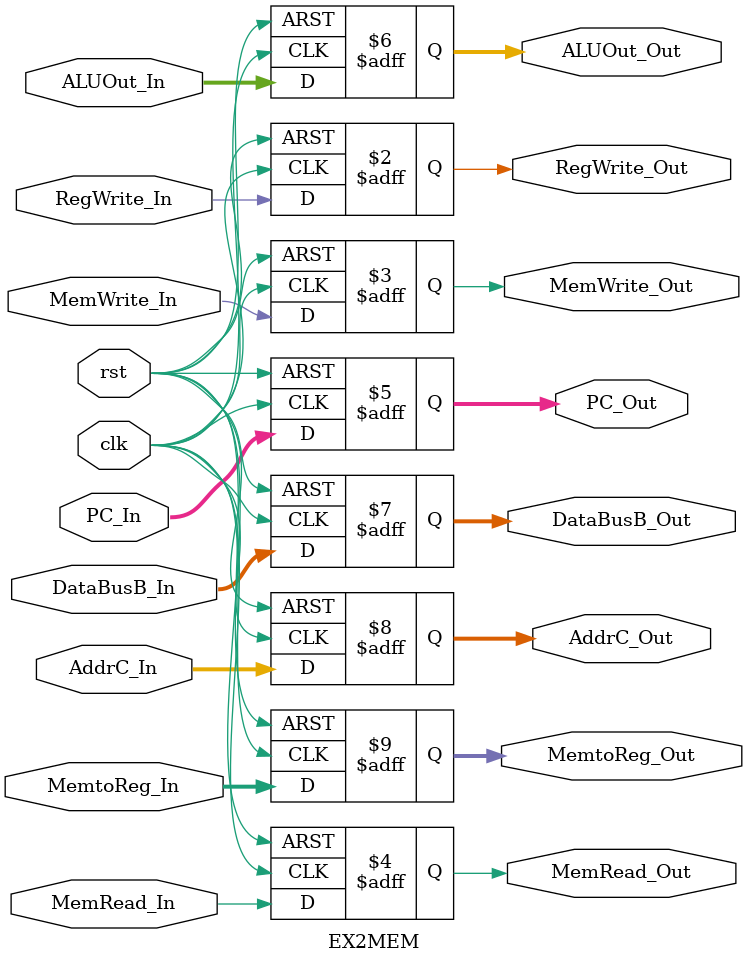
<source format=v>
module EX2MEM(
    input clk, rst, 
    input RegWrite_In, MemWrite_In, MemRead_In, 
    input [31:0] PC_In, ALUOut_In, DataBusB_In, 
    input [4:0] AddrC_In, 
    input [1:0] MemtoReg_In, 
    output reg RegWrite_Out, MemWrite_Out, MemRead_Out, 
    output reg [31:0] PC_Out, ALUOut_Out, DataBusB_Out, 
    output reg [4:0] AddrC_Out, 
    output reg [1:0] MemtoReg_Out
);
    always @(posedge clk or posedge rst) begin
        if (rst) begin
            RegWrite_Out <= 0;
            MemWrite_Out <= 0;
            MemRead_Out <= 0;
            PC_Out <= 0;
            ALUOut_Out <= 0;
            AddrC_Out <= 0;
            MemtoReg_Out <= 0;
            DataBusB_Out <= 0;
        end else begin
            RegWrite_Out <= RegWrite_In;
            MemWrite_Out <= MemWrite_In;
            MemRead_Out <= MemRead_In;
            PC_Out <= PC_In;
            ALUOut_Out <= ALUOut_In;
            AddrC_Out <= AddrC_In;
            MemtoReg_Out <= MemtoReg_In;
            DataBusB_Out <= DataBusB_In;
        end
    end
endmodule
</source>
